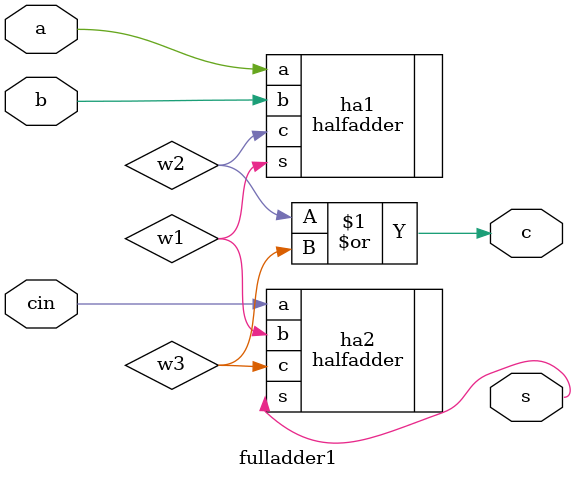
<source format=sv>
`timescale 1ns / 1ps


module fulladder1(

input logic a,
input logic b,
input logic cin,
output logic c,
output logic s

);
logic w1 ,w2,w3;

// using my previous half adder
halfadder ha1(.a(a),.b(b),.s(w1),.c(w2));
halfadder ha2(.a(cin),.b(w1),.s(s),.c(w3));//sum out is evaluted here
or carry(c,w2,w3 );//carry out is evaluated here

endmodule
</source>
